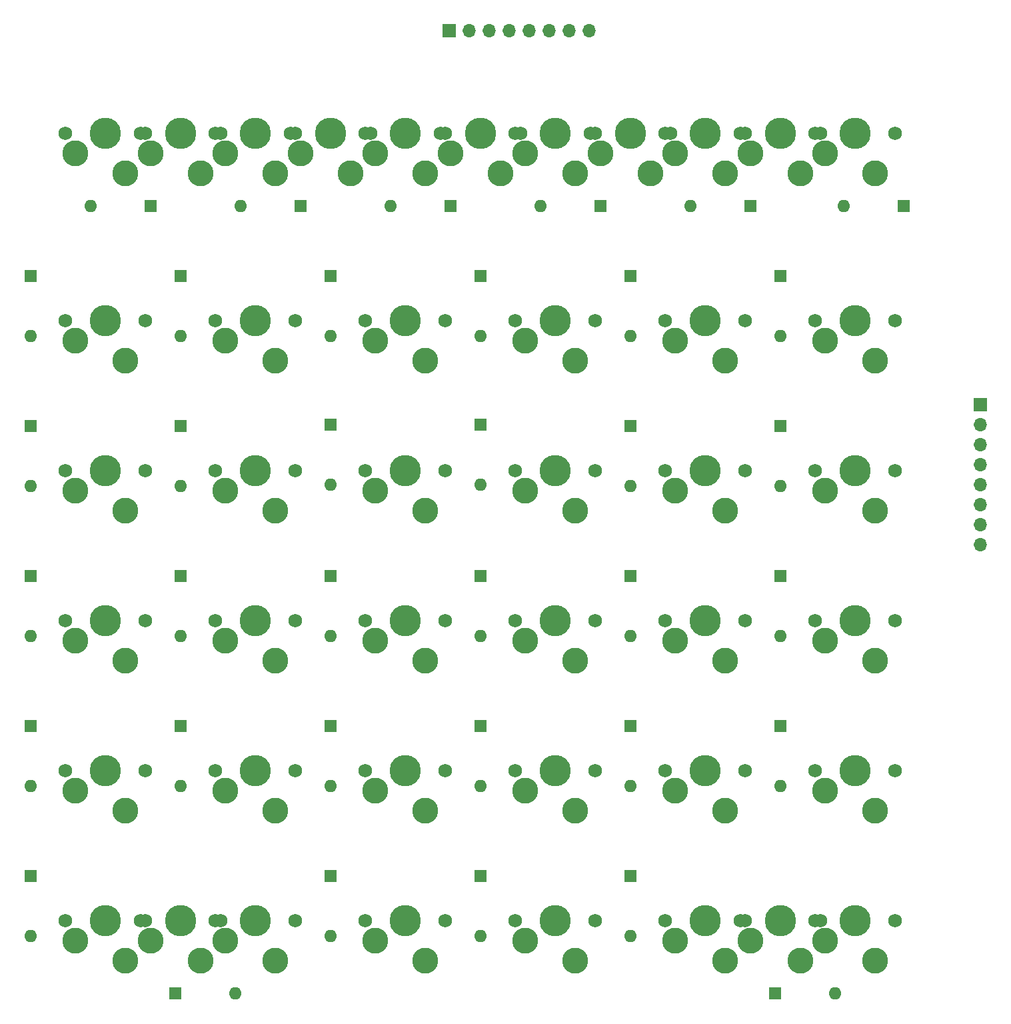
<source format=gbr>
%TF.GenerationSoftware,KiCad,Pcbnew,(6.0.9)*%
%TF.CreationDate,2022-11-26T17:52:30+01:00*%
%TF.ProjectId,tekskey,74656b73-6b65-4792-9e6b-696361645f70,rev?*%
%TF.SameCoordinates,Original*%
%TF.FileFunction,Soldermask,Bot*%
%TF.FilePolarity,Negative*%
%FSLAX46Y46*%
G04 Gerber Fmt 4.6, Leading zero omitted, Abs format (unit mm)*
G04 Created by KiCad (PCBNEW (6.0.9)) date 2022-11-26 17:52:30*
%MOMM*%
%LPD*%
G01*
G04 APERTURE LIST*
%ADD10O,1.600000X1.600000*%
%ADD11R,1.600000X1.600000*%
%ADD12C,3.987800*%
%ADD13C,1.750000*%
%ADD14C,3.300000*%
%ADD15R,1.700000X1.700000*%
%ADD16O,1.700000X1.700000*%
G04 APERTURE END LIST*
D10*
%TO.C,D31*%
X45720000Y-47625000D03*
D11*
X53340000Y-47625000D03*
%TD*%
D12*
%TO.C,SW10*%
X47625000Y-62230000D03*
D13*
X42545000Y-62230000D03*
X52705000Y-62230000D03*
D14*
X43815000Y-64770000D03*
X50165000Y-67310000D03*
%TD*%
D11*
%TO.C,D1*%
X38100000Y-56515000D03*
D10*
X38100000Y-64135000D03*
%TD*%
D12*
%TO.C,SW51B1*%
X57150000Y-138430000D03*
D13*
X62230000Y-138430000D03*
X52070000Y-138430000D03*
D14*
X53340000Y-140970000D03*
X59690000Y-143510000D03*
%TD*%
D11*
%TO.C,D22*%
X95250000Y-113665000D03*
D10*
X95250000Y-121285000D03*
%TD*%
D11*
%TO.C,D32*%
X72390000Y-47625000D03*
D10*
X64770000Y-47625000D03*
%TD*%
D11*
%TO.C,D23*%
X114300000Y-113665000D03*
D10*
X114300000Y-121285000D03*
%TD*%
D12*
%TO.C,SW45*%
X142875000Y-119380000D03*
D13*
X147955000Y-119380000D03*
X137795000Y-119380000D03*
D14*
X139065000Y-121920000D03*
X145415000Y-124460000D03*
%TD*%
D12*
%TO.C,SW33*%
X104775000Y-100330000D03*
D13*
X99695000Y-100330000D03*
X109855000Y-100330000D03*
D14*
X100965000Y-102870000D03*
X107315000Y-105410000D03*
%TD*%
D13*
%TO.C,SW15*%
X137795000Y-62230000D03*
X147955000Y-62230000D03*
D12*
X142875000Y-62230000D03*
D14*
X139065000Y-64770000D03*
X145415000Y-67310000D03*
%TD*%
D13*
%TO.C,SW13*%
X109855000Y-62230000D03*
D12*
X104775000Y-62230000D03*
D13*
X99695000Y-62230000D03*
D14*
X100965000Y-64770000D03*
X107315000Y-67310000D03*
%TD*%
D11*
%TO.C,D16*%
X95250000Y-94615000D03*
D10*
X95250000Y-102235000D03*
%TD*%
D13*
%TO.C,SW31*%
X71755000Y-100330000D03*
X61595000Y-100330000D03*
D12*
X66675000Y-100330000D03*
D14*
X62865000Y-102870000D03*
X69215000Y-105410000D03*
%TD*%
D11*
%TO.C,D19*%
X38100000Y-113665000D03*
D10*
X38100000Y-121285000D03*
%TD*%
D13*
%TO.C,SW51*%
X71755000Y-138430000D03*
X61595000Y-138430000D03*
D12*
X66675000Y-138430000D03*
D14*
X62865000Y-140970000D03*
X69215000Y-143510000D03*
%TD*%
D13*
%TO.C,SW11*%
X61595000Y-62230000D03*
X71755000Y-62230000D03*
D12*
X66675000Y-62230000D03*
D14*
X62865000Y-64770000D03*
X69215000Y-67310000D03*
%TD*%
D12*
%TO.C,SW3*%
X104775000Y-38417500D03*
D13*
X109855000Y-38417500D03*
X99695000Y-38417500D03*
D14*
X100965000Y-40957500D03*
X107315000Y-43497500D03*
%TD*%
D12*
%TO.C,SW0*%
X47625000Y-38417500D03*
D13*
X52705000Y-38417500D03*
X42545000Y-38417500D03*
D14*
X43815000Y-40957500D03*
X50165000Y-43497500D03*
%TD*%
D11*
%TO.C,D20*%
X57150000Y-113665000D03*
D10*
X57150000Y-121285000D03*
%TD*%
D11*
%TO.C,D25*%
X38100000Y-132715000D03*
D10*
X38100000Y-140335000D03*
%TD*%
D11*
%TO.C,D36*%
X149066250Y-47625000D03*
D10*
X141446250Y-47625000D03*
%TD*%
D12*
%TO.C,SW52*%
X85725000Y-138430000D03*
D13*
X90805000Y-138430000D03*
X80645000Y-138430000D03*
D14*
X81915000Y-140970000D03*
X88265000Y-143510000D03*
%TD*%
D15*
%TO.C,J2*%
X91281250Y-25400000D03*
D16*
X93821250Y-25400000D03*
X96361250Y-25400000D03*
X98901250Y-25400000D03*
X101441250Y-25400000D03*
X103981250Y-25400000D03*
X106521250Y-25400000D03*
X109061250Y-25400000D03*
%TD*%
D13*
%TO.C,SW34*%
X118745000Y-100330000D03*
D12*
X123825000Y-100330000D03*
D13*
X128905000Y-100330000D03*
D14*
X120015000Y-102870000D03*
X126365000Y-105410000D03*
%TD*%
D12*
%TO.C,SW50*%
X47625000Y-138430000D03*
D13*
X52705000Y-138430000D03*
X42545000Y-138430000D03*
D14*
X43815000Y-140970000D03*
X50165000Y-143510000D03*
%TD*%
D12*
%TO.C,SW21*%
X66675000Y-81280000D03*
D13*
X71755000Y-81280000D03*
X61595000Y-81280000D03*
D14*
X62865000Y-83820000D03*
X69215000Y-86360000D03*
%TD*%
D11*
%TO.C,D13*%
X76200000Y-94615000D03*
D10*
X76200000Y-102235000D03*
%TD*%
D11*
%TO.C,D9*%
X76200000Y-75406250D03*
D10*
X76200000Y-83026250D03*
%TD*%
D13*
%TO.C,SW32*%
X80645000Y-100330000D03*
X90805000Y-100330000D03*
D12*
X85725000Y-100330000D03*
D14*
X81915000Y-102870000D03*
X88265000Y-105410000D03*
%TD*%
D13*
%TO.C,SW2*%
X90805000Y-38417500D03*
X80645000Y-38417500D03*
D12*
X85725000Y-38417500D03*
D14*
X81915000Y-40957500D03*
X88265000Y-43497500D03*
%TD*%
D12*
%TO.C,SW54*%
X123825000Y-138430000D03*
D13*
X128905000Y-138430000D03*
X118745000Y-138430000D03*
D14*
X120015000Y-140970000D03*
X126365000Y-143510000D03*
%TD*%
D12*
%TO.C,SW3B1*%
X95250000Y-38417500D03*
D13*
X100330000Y-38417500D03*
X90170000Y-38417500D03*
D14*
X91440000Y-40957500D03*
X97790000Y-43497500D03*
%TD*%
D12*
%TO.C,SW2B1*%
X76200000Y-38417500D03*
D13*
X71120000Y-38417500D03*
X81280000Y-38417500D03*
D14*
X72390000Y-40957500D03*
X78740000Y-43497500D03*
%TD*%
D11*
%TO.C,D7*%
X38100000Y-75565000D03*
D10*
X38100000Y-83185000D03*
%TD*%
D13*
%TO.C,SW41*%
X61595000Y-119380000D03*
D12*
X66675000Y-119380000D03*
D13*
X71755000Y-119380000D03*
D14*
X62865000Y-121920000D03*
X69215000Y-124460000D03*
%TD*%
D11*
%TO.C,D26*%
X56515000Y-147637500D03*
D10*
X64135000Y-147637500D03*
%TD*%
D11*
%TO.C,D17*%
X114300000Y-94615000D03*
D10*
X114300000Y-102235000D03*
%TD*%
D13*
%TO.C,SW1*%
X71755000Y-38417500D03*
X61595000Y-38417500D03*
D12*
X66675000Y-38417500D03*
D14*
X62865000Y-40957500D03*
X69215000Y-43497500D03*
%TD*%
D11*
%TO.C,D28*%
X95250000Y-132715000D03*
D10*
X95250000Y-140335000D03*
%TD*%
D11*
%TO.C,D35*%
X129540000Y-47625000D03*
D10*
X121920000Y-47625000D03*
%TD*%
D11*
%TO.C,D4*%
X95250000Y-56515000D03*
D10*
X95250000Y-64135000D03*
%TD*%
D13*
%TO.C,SW55B1*%
X138430000Y-138430000D03*
D12*
X133350000Y-138430000D03*
D13*
X128270000Y-138430000D03*
D14*
X129540000Y-140970000D03*
X135890000Y-143510000D03*
%TD*%
D12*
%TO.C,SW25*%
X142875000Y-81280000D03*
D13*
X137795000Y-81280000D03*
X147955000Y-81280000D03*
D14*
X139065000Y-83820000D03*
X145415000Y-86360000D03*
%TD*%
D11*
%TO.C,D3*%
X76200000Y-56515000D03*
D10*
X76200000Y-64135000D03*
%TD*%
D11*
%TO.C,D6*%
X133350000Y-56515000D03*
D10*
X133350000Y-64135000D03*
%TD*%
D11*
%TO.C,D18*%
X133350000Y-94615000D03*
D10*
X133350000Y-102235000D03*
%TD*%
D11*
%TO.C,D34*%
X110490000Y-47625000D03*
D10*
X102870000Y-47625000D03*
%TD*%
D12*
%TO.C,SW4B1*%
X114300000Y-38417500D03*
D13*
X109220000Y-38417500D03*
X119380000Y-38417500D03*
D14*
X110490000Y-40957500D03*
X116840000Y-43497500D03*
%TD*%
D13*
%TO.C,SW5*%
X137795000Y-38417500D03*
D12*
X142875000Y-38417500D03*
D13*
X147955000Y-38417500D03*
D14*
X139065000Y-40957500D03*
X145415000Y-43497500D03*
%TD*%
D11*
%TO.C,D2*%
X57150000Y-56515000D03*
D10*
X57150000Y-64135000D03*
%TD*%
D11*
%TO.C,D30*%
X132715000Y-147637500D03*
D10*
X140335000Y-147637500D03*
%TD*%
D13*
%TO.C,SW20*%
X42545000Y-81280000D03*
X52705000Y-81280000D03*
D12*
X47625000Y-81280000D03*
D14*
X43815000Y-83820000D03*
X50165000Y-86360000D03*
%TD*%
D11*
%TO.C,D29*%
X114300000Y-132715000D03*
D10*
X114300000Y-140335000D03*
%TD*%
D13*
%TO.C,SW1B1*%
X62230000Y-38417500D03*
D12*
X57150000Y-38417500D03*
D13*
X52070000Y-38417500D03*
D14*
X53340000Y-40957500D03*
X59690000Y-43497500D03*
%TD*%
D13*
%TO.C,SW4*%
X118745000Y-38417500D03*
D12*
X123825000Y-38417500D03*
D13*
X128905000Y-38417500D03*
D14*
X120015000Y-40957500D03*
X126365000Y-43497500D03*
%TD*%
D11*
%TO.C,D33*%
X91440000Y-47625000D03*
D10*
X83820000Y-47625000D03*
%TD*%
D12*
%TO.C,SW5B1*%
X133350000Y-38417500D03*
D13*
X138430000Y-38417500D03*
X128270000Y-38417500D03*
D14*
X129540000Y-40957500D03*
X135890000Y-43497500D03*
%TD*%
D12*
%TO.C,SW30*%
X47625000Y-100330000D03*
D13*
X42545000Y-100330000D03*
X52705000Y-100330000D03*
D14*
X43815000Y-102870000D03*
X50165000Y-105410000D03*
%TD*%
D11*
%TO.C,D27*%
X76200000Y-132715000D03*
D10*
X76200000Y-140335000D03*
%TD*%
D12*
%TO.C,SW42*%
X85725000Y-119380000D03*
D13*
X80645000Y-119380000D03*
X90805000Y-119380000D03*
D14*
X81915000Y-121920000D03*
X88265000Y-124460000D03*
%TD*%
D13*
%TO.C,SW55*%
X137795000Y-138430000D03*
X147955000Y-138430000D03*
D12*
X142875000Y-138430000D03*
D14*
X139065000Y-140970000D03*
X145415000Y-143510000D03*
%TD*%
D13*
%TO.C,SW24*%
X128905000Y-81280000D03*
D12*
X123825000Y-81280000D03*
D13*
X118745000Y-81280000D03*
D14*
X120015000Y-83820000D03*
X126365000Y-86360000D03*
%TD*%
D13*
%TO.C,SW40*%
X52705000Y-119380000D03*
X42545000Y-119380000D03*
D12*
X47625000Y-119380000D03*
D14*
X43815000Y-121920000D03*
X50165000Y-124460000D03*
%TD*%
D11*
%TO.C,D5*%
X114300000Y-56515000D03*
D10*
X114300000Y-64135000D03*
%TD*%
D13*
%TO.C,SW14*%
X118745000Y-62230000D03*
X128905000Y-62230000D03*
D12*
X123825000Y-62230000D03*
D14*
X120015000Y-64770000D03*
X126365000Y-67310000D03*
%TD*%
D11*
%TO.C,D10*%
X95250000Y-75406250D03*
D10*
X95250000Y-83026250D03*
%TD*%
D11*
%TO.C,D15*%
X57150000Y-94615000D03*
D10*
X57150000Y-102235000D03*
%TD*%
D13*
%TO.C,SW44*%
X118745000Y-119380000D03*
X128905000Y-119380000D03*
D12*
X123825000Y-119380000D03*
D14*
X120015000Y-121920000D03*
X126365000Y-124460000D03*
%TD*%
D11*
%TO.C,D21*%
X76200000Y-113665000D03*
D10*
X76200000Y-121285000D03*
%TD*%
D15*
%TO.C,J1*%
X158750000Y-72881250D03*
D16*
X158750000Y-75421250D03*
X158750000Y-77961250D03*
X158750000Y-80501250D03*
X158750000Y-83041250D03*
X158750000Y-85581250D03*
X158750000Y-88121250D03*
X158750000Y-90661250D03*
%TD*%
D13*
%TO.C,SW23*%
X99695000Y-81280000D03*
D12*
X104775000Y-81280000D03*
D13*
X109855000Y-81280000D03*
D14*
X100965000Y-83820000D03*
X107315000Y-86360000D03*
%TD*%
D11*
%TO.C,D24*%
X133350000Y-113665000D03*
D10*
X133350000Y-121285000D03*
%TD*%
D11*
%TO.C,D8*%
X57150000Y-75565000D03*
D10*
X57150000Y-83185000D03*
%TD*%
D12*
%TO.C,SW53*%
X104775000Y-138430000D03*
D13*
X109855000Y-138430000D03*
X99695000Y-138430000D03*
D14*
X100965000Y-140970000D03*
X107315000Y-143510000D03*
%TD*%
D13*
%TO.C,SW12*%
X80645000Y-62230000D03*
D12*
X85725000Y-62230000D03*
D13*
X90805000Y-62230000D03*
D14*
X81915000Y-64770000D03*
X88265000Y-67310000D03*
%TD*%
D11*
%TO.C,D12*%
X133350000Y-75565000D03*
D10*
X133350000Y-83185000D03*
%TD*%
D13*
%TO.C,SW22*%
X80645000Y-81280000D03*
D12*
X85725000Y-81280000D03*
D13*
X90805000Y-81280000D03*
D14*
X81915000Y-83820000D03*
X88265000Y-86360000D03*
%TD*%
D11*
%TO.C,D14*%
X38100000Y-94615000D03*
D10*
X38100000Y-102235000D03*
%TD*%
D13*
%TO.C,SW35*%
X137795000Y-100330000D03*
X147955000Y-100330000D03*
D12*
X142875000Y-100330000D03*
D14*
X139065000Y-102870000D03*
X145415000Y-105410000D03*
%TD*%
D11*
%TO.C,D11*%
X114300000Y-75565000D03*
D10*
X114300000Y-83185000D03*
%TD*%
D12*
%TO.C,SW43*%
X104775000Y-119380000D03*
D13*
X99695000Y-119380000D03*
X109855000Y-119380000D03*
D14*
X100965000Y-121920000D03*
X107315000Y-124460000D03*
%TD*%
M02*

</source>
